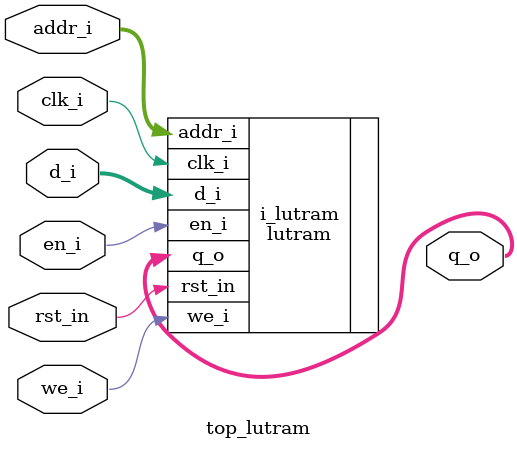
<source format=sv>



module top_lutram #( parameter WIDTH = 32,
                     parameter DEPTH = 4) (
  input  logic                      clk_i,    //! system clock
  input  logic                      rst_in,   //! system reset
  input  logic                      en_i,     //! enable
  input  logic                      we_i,     //! write enable (read / write)
  input  logic [DEPTH-1:0]          addr_i,   //! address
  input  logic [WIDTH-1:0]          d_i,      //! data in
  output logic [WIDTH-1:0]          q_o       //! data out
);

lutram #( .WIDTH (WIDTH),
          .DEPTH (DEPTH)) i_lutram (
  .clk_i  (clk_i),
  .rst_in (rst_in),
  .en_i   (en_i),
  .we_i   (we_i),
  .addr_i (addr_i),
  .d_i    (d_i),
  .q_o    (q_o)
);

endmodule
</source>
